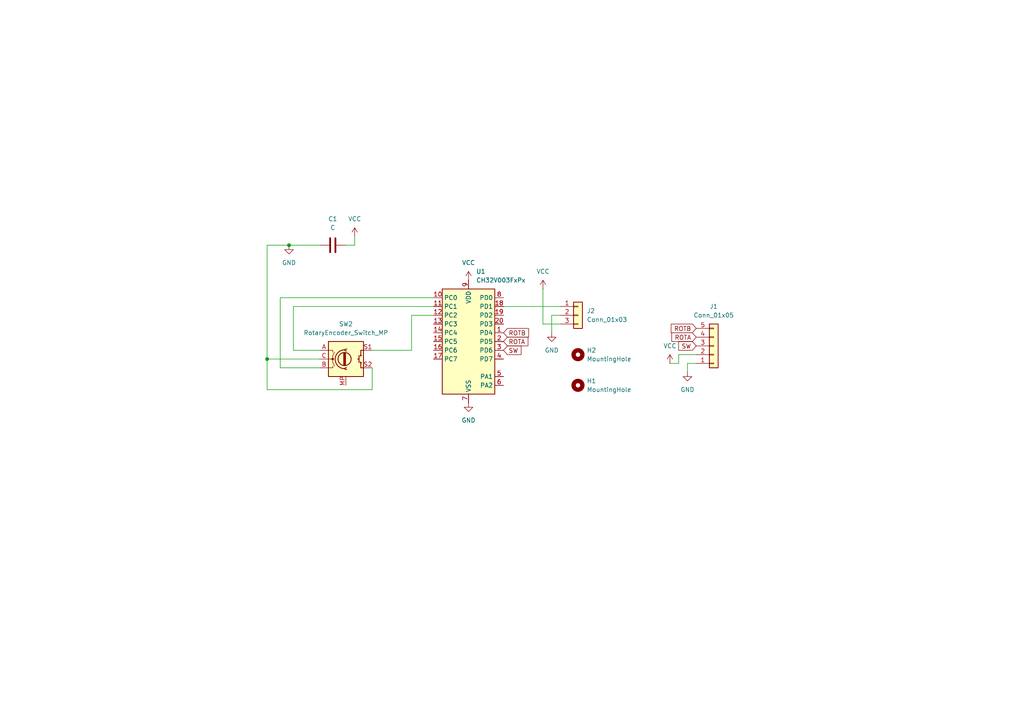
<source format=kicad_sch>
(kicad_sch (version 20231120) (generator "eeschema") (generator_version "8.0")
  (paper "A4")
  (lib_symbols
    (symbol "Connector_Generic:Conn_01x03" (pin_names (offset 1.016) hide)
      (property "Reference" "J" (at 0 5.08 0))
      (property "Value" "Conn_01x03" (at 0 -5.08 0))
      (symbol "Conn_01x03_1_1"
        (rectangle (start -1.27 -2.413) (end 0 -2.667) (stroke (width 0.1524)))
        (rectangle (start -1.27 0.127) (end 0 -0.127) (stroke (width 0.1524)))
        (rectangle (start -1.27 2.667) (end 0 2.413) (stroke (width 0.1524)))
        (rectangle (start -1.27 3.81) (end 1.27 -3.81) (stroke (width 0.254)) (fill (type background)))
        (pin passive line (at -5.08 2.54 0) (length 3.81) (name "Pin_1") (number "1"))
        (pin passive line (at -5.08 0 0) (length 3.81) (name "Pin_2") (number "2"))
        (pin passive line (at -5.08 -2.54 0) (length 3.81) (name "Pin_3") (number "3"))
      )
    )
    (symbol "Connector_Generic:Conn_01x05" (pin_names (offset 1.016) hide)
      (property "Reference" "J" (at 0 7.62 0))
      (property "Value" "Conn_01x05" (at 0 -7.62 0))
      (symbol "Conn_01x05_1_1"
        (rectangle (start -1.27 -4.953) (end 0 -5.207) (stroke (width 0.1524)))
        (rectangle (start -1.27 -2.413) (end 0 -2.667) (stroke (width 0.1524)))
        (rectangle (start -1.27 0.127) (end 0 -0.127) (stroke (width 0.1524)))
        (rectangle (start -1.27 2.667) (end 0 2.413) (stroke (width 0.1524)))
        (rectangle (start -1.27 5.207) (end 0 4.953) (stroke (width 0.1524)))
        (rectangle (start -1.27 6.35) (end 1.27 -6.35) (stroke (width 0.254)) (fill (type background)))
        (pin passive line (at -5.08 5.08 0) (length 3.81) (name "Pin_1") (number "1"))
        (pin passive line (at -5.08 2.54 0) (length 3.81) (name "Pin_2") (number "2"))
        (pin passive line (at -5.08 0 0) (length 3.81) (name "Pin_3") (number "3"))
        (pin passive line (at -5.08 -2.54 0) (length 3.81) (name "Pin_4") (number "4"))
        (pin passive line (at -5.08 -5.08 0) (length 3.81) (name "Pin_5") (number "5"))
      )
    )
    (symbol "Device:C" (pin_numbers hide) (pin_names (offset 0.254))
      (property "Reference" "C" (at 0.635 2.54 0))
      (property "Value" "C" (at 0.635 -2.54 0))
      (symbol "C_0_1"
        (polyline (pts (xy -2.032 -0.762) (xy 2.032 -0.762)) (stroke (width 0.508)))
        (polyline (pts (xy -2.032 0.762) (xy 2.032 0.762)) (stroke (width 0.508)))
      )
      (symbol "C_1_1"
        (pin passive line (at 0 3.81 270) (length 2.794) (name "~") (number "1"))
        (pin passive line (at 0 -3.81 90) (length 2.794) (name "~") (number "2"))
      )
    )
    (symbol "Device:RotaryEncoder_Switch_MP" (pin_names (offset 0.254) hide)
      (property "Reference" "SW" (at 0 8.89 0))
      (property "Value" "RotaryEncoder_Switch_MP" (at 0 6.35 0))
      (symbol "RotaryEncoder_Switch_MP_0_1"
        (rectangle (start -5.08 5.08) (end 5.08 -5.08) (stroke (width 0.254)) (fill (type background)))
        (circle (center -3.81 0) (radius 0.254) (fill (type outline)))
        (circle (center -0.381 0) (radius 1.905) (stroke (width 0.254)))
        (arc (start -0.381 2.667) (mid -3.0988 -0.0635) (end -0.381 -2.794) (stroke (width 0.254)))
        (polyline (pts (xy -0.635 -1.778) (xy -0.635 1.778)) (stroke (width 0.254)))
        (polyline (pts (xy -0.381 -1.778) (xy -0.381 1.778)) (stroke (width 0.254)))
        (polyline (pts (xy -0.127 1.778) (xy -0.127 -1.778)) (stroke (width 0.254)))
        (polyline (pts (xy 3.81 0) (xy 3.429 0)) (stroke (width 0.254)))
        (polyline (pts (xy 3.81 1.016) (xy 3.81 -1.016)) (stroke (width 0.254)))
        (polyline (pts (xy -5.08 -2.54) (xy -3.81 -2.54) (xy -3.81 -2.032)))
        (polyline (pts (xy -5.08 2.54) (xy -3.81 2.54) (xy -3.81 2.032)))
        (polyline (pts (xy 0.254 -3.048) (xy -0.508 -2.794) (xy 0.127 -2.413)) (stroke (width 0.254)))
        (polyline (pts (xy 0.254 2.921) (xy -0.508 2.667) (xy 0.127 2.286)) (stroke (width 0.254)))
        (polyline (pts (xy 5.08 -2.54) (xy 4.318 -2.54) (xy 4.318 -1.016)) (stroke (width 0.254)))
        (polyline (pts (xy 5.08 2.54) (xy 4.318 2.54) (xy 4.318 1.016)) (stroke (width 0.254)))
        (polyline (pts (xy -5.08 0) (xy -3.81 0) (xy -3.81 -1.016) (xy -3.302 -2.032)))
        (polyline (pts (xy -4.318 0) (xy -3.81 0) (xy -3.81 1.016) (xy -3.302 2.032)))
        (circle (center 4.318 -1.016) (radius 0.127) (stroke (width 0.254)))
        (circle (center 4.318 1.016) (radius 0.127) (stroke (width 0.254)))
      )
      (symbol "RotaryEncoder_Switch_MP_1_1"
        (pin passive line (at -7.62 2.54 0) (length 2.54) (name "A") (number "A"))
        (pin passive line (at -7.62 -2.54 0) (length 2.54) (name "B") (number "B"))
        (pin passive line (at -7.62 0 0) (length 2.54) (name "C") (number "C"))
        (pin passive line (at 0 -7.62 90) (length 2.54) (name "MP") (number "MP"))
        (pin passive line (at 7.62 2.54 180) (length 2.54) (name "S1") (number "S1"))
        (pin passive line (at 7.62 -2.54 180) (length 2.54) (name "S2") (number "S2"))
      )
    )
    (symbol "MCU_WCH_CH32V0:CH32V003FxPx"
      (property "Reference" "U" (at -7.62 17.78 0))
      (property "Value" "CH32V003FxPx" (at 7.62 17.78 0))
      (symbol "CH32V003FxPx_1_1"
        (rectangle (start -7.62 15.24) (end 7.62 -15.24) (stroke (width 0.254)) (fill (type background)))
        (pin bidirectional line (at 10.16 2.54 180) (length 2.54) (name "PD4") (number "1"))
        (pin bidirectional line (at -10.16 12.7 0) (length 2.54) (name "PC0") (number "10"))
        (pin bidirectional line (at -10.16 10.16 0) (length 2.54) (name "PC1") (number "11"))
        (pin bidirectional line (at -10.16 7.62 0) (length 2.54) (name "PC2") (number "12"))
        (pin bidirectional line (at -10.16 5.08 0) (length 2.54) (name "PC3") (number "13"))
        (pin bidirectional line (at -10.16 2.54 0) (length 2.54) (name "PC4") (number "14"))
        (pin bidirectional line (at -10.16 0 0) (length 2.54) (name "PC5") (number "15"))
        (pin bidirectional line (at -10.16 -2.54 0) (length 2.54) (name "PC6") (number "16"))
        (pin bidirectional line (at -10.16 -5.08 0) (length 2.54) (name "PC7") (number "17"))
        (pin bidirectional line (at 10.16 10.16 180) (length 2.54) (name "PD1") (number "18"))
        (pin bidirectional line (at 10.16 7.62 180) (length 2.54) (name "PD2") (number "19"))
        (pin bidirectional line (at 10.16 0 180) (length 2.54) (name "PD5") (number "2"))
        (pin bidirectional line (at 10.16 5.08 180) (length 2.54) (name "PD3") (number "20"))
        (pin bidirectional line (at 10.16 -2.54 180) (length 2.54) (name "PD6") (number "3"))
        (pin bidirectional line (at 10.16 -5.08 180) (length 2.54) (name "PD7") (number "4"))
        (pin bidirectional line (at 10.16 -10.16 180) (length 2.54) (name "PA1") (number "5"))
        (pin bidirectional line (at 10.16 -12.7 180) (length 2.54) (name "PA2") (number "6"))
        (pin power_in line (at 0 -17.78 90) (length 2.54) (name "VSS") (number "7"))
        (pin bidirectional line (at 10.16 12.7 180) (length 2.54) (name "PD0") (number "8"))
        (pin power_in line (at 0 17.78 270) (length 2.54) (name "VDD") (number "9"))
      )
    )
    (symbol "Mechanical:MountingHole" (pin_names (offset 1.016)) (exclude_from_sim yes) (in_bom no)
      (property "Reference" "H" (at 0 5.08 0))
      (property "Value" "MountingHole" (at 0 3.175 0))
      (symbol "MountingHole_0_1"
        (circle (center 0 0) (radius 1.27) (stroke (width 1.27)))
      )
    )
    (symbol "power:GND" (power) (pin_numbers hide) (pin_names (offset 0) hide)
      (property "Value" "GND" (at 0 -3.81 0))
      (symbol "GND_0_1"
        (polyline (pts (xy 0 0) (xy 0 -1.27) (xy 1.27 -1.27) (xy 0 -2.54) (xy -1.27 -1.27) (xy 0 -1.27)))
      )
      (symbol "GND_1_1"
        (pin power_in line (at 0 0 270) (length 0) (name "~") (number "1"))
      )
    )
    (symbol "power:VCC" (power) (pin_numbers hide) (pin_names (offset 0) hide)
      (property "Value" "VCC" (at 0 3.556 0))
      (symbol "VCC_0_1"
        (polyline (pts (xy -0.762 1.27) (xy 0 2.54)))
        (polyline (pts (xy 0 0) (xy 0 2.54)))
        (polyline (pts (xy 0 2.54) (xy 0.762 1.27)))
      )
      (symbol "VCC_1_1"
        (pin power_in line (at 0 0 90) (length 0) (name "~") (number "1"))
      )
    )
  )
  (junction (at 77.47 104.14))
  (junction (at 83.82 71.12))
  (wire (pts (xy 196.85 105.41) (xy 194.31 105.41)))
  (wire (pts (xy 83.82 71.12) (xy 92.71 71.12)))
  (wire (pts (xy 85.09 101.6) (xy 92.71 101.6)))
  (wire (pts (xy 107.95 106.68) (xy 107.95 113.03)))
  (wire (pts (xy 201.93 105.41) (xy 199.39 105.41)))
  (wire (pts (xy 92.71 104.14) (xy 77.47 104.14)))
  (wire (pts (xy 162.56 91.44) (xy 160.02 91.44)))
  (wire (pts (xy 146.05 88.9) (xy 162.56 88.9)))
  (wire (pts (xy 199.39 105.41) (xy 199.39 107.95)))
  (wire (pts (xy 77.47 71.12) (xy 83.82 71.12)))
  (wire (pts (xy 107.95 113.03) (xy 77.47 113.03)))
  (wire (pts (xy 125.73 91.44) (xy 119.38 91.44)))
  (wire (pts (xy 102.87 71.12) (xy 102.87 68.58)))
  (wire (pts (xy 201.93 102.87) (xy 196.85 102.87)))
  (wire (pts (xy 125.73 88.9) (xy 85.09 88.9)))
  (wire (pts (xy 81.28 86.36) (xy 81.28 106.68)))
  (wire (pts (xy 77.47 104.14) (xy 77.47 71.12)))
  (wire (pts (xy 77.47 113.03) (xy 77.47 104.14)))
  (wire (pts (xy 119.38 91.44) (xy 119.38 101.6)))
  (wire (pts (xy 100.33 71.12) (xy 102.87 71.12)))
  (wire (pts (xy 81.28 106.68) (xy 92.71 106.68)))
  (wire (pts (xy 119.38 101.6) (xy 107.95 101.6)))
  (wire (pts (xy 157.48 93.98) (xy 157.48 83.82)))
  (wire (pts (xy 125.73 86.36) (xy 81.28 86.36)))
  (wire (pts (xy 160.02 91.44) (xy 160.02 96.52)))
  (wire (pts (xy 85.09 88.9) (xy 85.09 101.6)))
  (wire (pts (xy 196.85 102.87) (xy 196.85 105.41)))
  (wire (pts (xy 162.56 93.98) (xy 157.48 93.98)))
  (global_label "SW" (shape input) (at 146.05 101.6 0) (property "Intersheetrefs" "${INTERSHEET_REFS}" (effects (hide yes))))
  (global_label "SW" (shape input) (at 201.93 100.33 180) (property "Intersheetrefs" "${INTERSHEET_REFS}" (effects (hide yes))))
  (global_label "ROTB" (shape input) (at 146.05 96.52 0) (property "Intersheetrefs" "${INTERSHEET_REFS}" (effects (hide yes))))
  (global_label "ROTA" (shape input) (at 146.05 99.06 0) (property "Intersheetrefs" "${INTERSHEET_REFS}" (effects (hide yes))))
  (global_label "ROTB" (shape input) (at 201.93 95.25 180) (property "Intersheetrefs" "${INTERSHEET_REFS}" (effects (hide yes))))
  (global_label "ROTA" (shape input) (at 201.93 97.79 180) (property "Intersheetrefs" "${INTERSHEET_REFS}" (effects (hide yes))))
  (symbol (lib_id "power:GND") (at 83.82 71.12 0) (unit 1)
    (property "Reference" "#PWR03" (effects (hide yes)))
    (property "Value" "GND" (at 83.82 76.2 0))
    (property "Description" "Power symbol creates a global label with name \"GND\" , ground" (effects (hide yes)))
  )
  (symbol (lib_id "Connector_Generic:Conn_01x03") (at 167.64 91.44 0) (unit 1)
    (property "Reference" "J2" (at 170.18 90.1699 0) (effects (justify left)))
    (property "Value" "Conn_01x03" (at 170.18 92.7099 0) (effects (justify left)))
    (property "Footprint" "Connector_PinHeader_2.54mm:PinHeader_1x03_P2.54mm_Vertical" (effects (hide yes)))
    (property "Description" "Generic connector, single row, 01x03, script generated (kicad-library-utils/schlib/autogen/connector/)" (effects (hide yes)))
  )
  (symbol (lib_id "MCU_WCH_CH32V0:CH32V003FxPx") (at 135.89 99.06 0) (unit 1)
    (property "Reference" "U1" (at 138.0841 78.74 0) (effects (justify left)))
    (property "Value" "CH32V003FxPx" (at 138.0841 81.28 0) (effects (justify left)))
    (property "Footprint" "Package_SO:TSSOP-20_4.4x6.5mm_P0.65mm" (effects (hide yes)))
    (property "Datasheet" "https://www.wch-ic.com/products/CH32V003.html" (effects (hide yes)))
    (property "Description" "CH32V003 series are industrial-grade general-purpose microcontrollers designed based on 32-bit RISC-V instruction set and architecture. It adopts QingKe V2A core, RV32EC instruction set, and supports 2 levels of interrupt nesting. The series are mounted with rich peripheral interfaces and function modules. Its internal organizational structure meets the low-cost and low-power embedded application scenarios." (effects (hide yes)))
  )
  (symbol (lib_id "Device:RotaryEncoder_Switch_MP") (at 100.33 104.14 0) (unit 1)
    (property "Reference" "SW2" (at 100.33 93.98 0))
    (property "Value" "RotaryEncoder_Switch_MP" (at 100.33 96.52 0))
    (property "Footprint" "Rotary_Encoder:RotaryEncoder_Alps_EC11E-Switch_Vertical_H20mm" (effects (hide yes)))
    (property "Description" "Rotary encoder, dual channel, incremental quadrate outputs, with switch and MP Pin" (effects (hide yes)))
  )
  (symbol (lib_id "Mechanical:MountingHole") (at 167.64 111.76 0) (unit 1) (exclude_from_sim yes) (in_bom no)
    (property "Reference" "H1" (at 170.18 110.4899 0) (effects (justify left)))
    (property "Value" "MountingHole" (at 170.18 113.0299 0) (effects (justify left)))
    (property "Footprint" "MountingHole:MountingHole_2.5mm" (effects (hide yes)))
    (property "Description" "Mounting Hole without connection" (effects (hide yes)))
  )
  (symbol (lib_id "Connector_Generic:Conn_01x05") (at 207.01 100.33 0) (mirror x) (unit 1)
    (property "Reference" "J1" (at 207.01 88.9 0))
    (property "Value" "Conn_01x05" (at 207.01 91.44 0))
    (property "Footprint" "Connector_PinHeader_2.54mm:PinHeader_1x05_P2.54mm_Vertical" (effects (hide yes)))
    (property "Description" "Generic connector, single row, 01x05, script generated (kicad-library-utils/schlib/autogen/connector/)" (effects (hide yes)))
  )
  (symbol (lib_id "power:GND") (at 160.02 96.52 0) (unit 1)
    (property "Reference" "#PWR05" (effects (hide yes)))
    (property "Value" "GND" (at 160.02 101.6 0))
    (property "Description" "Power symbol creates a global label with name \"GND\" , ground" (effects (hide yes)))
  )
  (symbol (lib_id "power:VCC") (at 194.31 105.41 0) (unit 1)
    (property "Reference" "#PWR02" (effects (hide yes)))
    (property "Value" "VCC" (at 194.31 100.33 0))
    (property "Description" "Power symbol creates a global label with name \"VCC\"" (effects (hide yes)))
  )
  (symbol (lib_id "Device:C") (at 96.52 71.12 90) (unit 1)
    (property "Reference" "C1" (at 96.52 63.5 90))
    (property "Value" "C" (at 96.52 66.04 90))
    (property "Footprint" "Capacitor_SMD:C_0603_1608Metric_Pad1.08x0.95mm_HandSolder" (effects (hide yes)))
    (property "Description" "Unpolarized capacitor" (effects (hide yes)))
  )
  (symbol (lib_id "power:VCC") (at 135.89 81.28 0) (unit 1)
    (property "Reference" "#PWR07" (effects (hide yes)))
    (property "Value" "VCC" (at 135.89 76.2 0))
    (property "Description" "Power symbol creates a global label with name \"VCC\"" (effects (hide yes)))
  )
  (symbol (lib_id "Mechanical:MountingHole") (at 167.64 102.87 0) (unit 1) (exclude_from_sim yes) (in_bom no)
    (property "Reference" "H2" (at 170.18 101.5999 0) (effects (justify left)))
    (property "Value" "MountingHole" (at 170.18 104.1399 0) (effects (justify left)))
    (property "Footprint" "MountingHole:MountingHole_2.5mm" (effects (hide yes)))
    (property "Description" "Mounting Hole without connection" (effects (hide yes)))
  )
  (symbol (lib_id "power:GND") (at 135.89 116.84 0) (unit 1)
    (property "Reference" "#PWR08" (effects (hide yes)))
    (property "Value" "GND" (at 135.89 121.92 0))
    (property "Description" "Power symbol creates a global label with name \"GND\" , ground" (effects (hide yes)))
  )
  (symbol (lib_id "power:VCC") (at 157.48 83.82 0) (unit 1)
    (property "Reference" "#PWR06" (effects (hide yes)))
    (property "Value" "VCC" (at 157.48 78.74 0))
    (property "Description" "Power symbol creates a global label with name \"VCC\"" (effects (hide yes)))
  )
  (symbol (lib_id "power:GND") (at 199.39 107.95 0) (unit 1)
    (property "Reference" "#PWR01" (effects (hide yes)))
    (property "Value" "GND" (at 199.39 113.03 0))
    (property "Description" "Power symbol creates a global label with name \"GND\" , ground" (effects (hide yes)))
  )
  (symbol (lib_id "power:VCC") (at 102.87 68.58 0) (unit 1)
    (property "Reference" "#PWR04" (effects (hide yes)))
    (property "Value" "VCC" (at 102.87 63.5 0))
    (property "Description" "Power symbol creates a global label with name \"VCC\"" (effects (hide yes)))
  )
)
</source>
